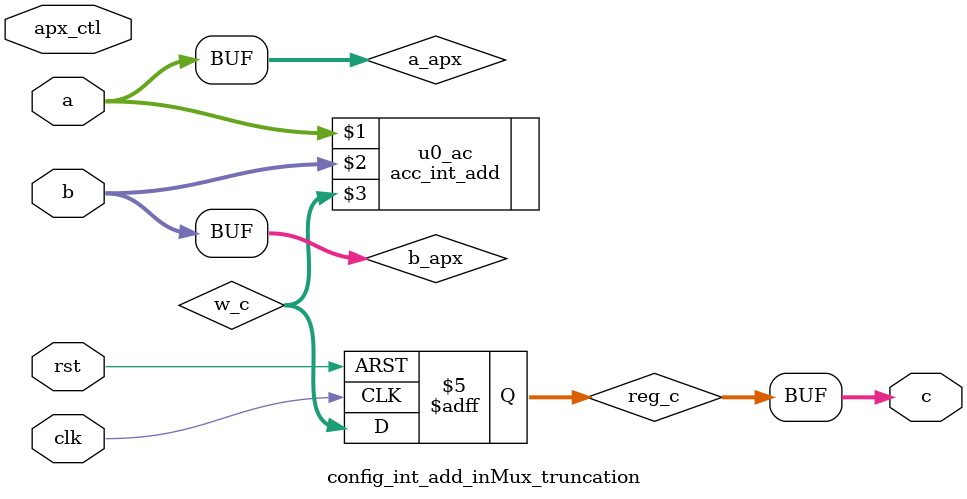
<source format=v>
`timescale 1ns/1ps

module config_int_add_inMux_truncation(
 clk,
 rst,
 apx_ctl,  
 a,
 b,
 c
);

//parameter BT_RND = 0
parameter BWOP = 32;
parameter NAB = 0; //this can not be 0, otherwise it'll error out

input clk;
input rst;
input [BWOP-1:0] a;
input [BWOP-1:0] b;
output [BWOP-1:0] c;
input apx_ctl;

reg [BWOP-1:0]  reg_c;
wire [BWOP-1:0]  w_c;
wire [BWOP-1:0] a_apx;
wire [BWOP-1:0] b_apx;
assign a_apx = apx_ctl ? {a[BWOP-1: NAB], {{NAB}{1'b0}}} : a;
assign b_apx = apx_ctl ? {b[BWOP-1: NAB], {{NAB}{1'b0}}} : b;
acc_int_add #(BWOP) u0_ac (a_apx, b_apx, w_c);

always @(posedge clk or negedge rst)
begin
  if (~rst)
  begin
    reg_c <= #1 0;
  end
  else 
  begin
    reg_c <= #1 w_c;
  end
end

assign c = reg_c;

endmodule


</source>
